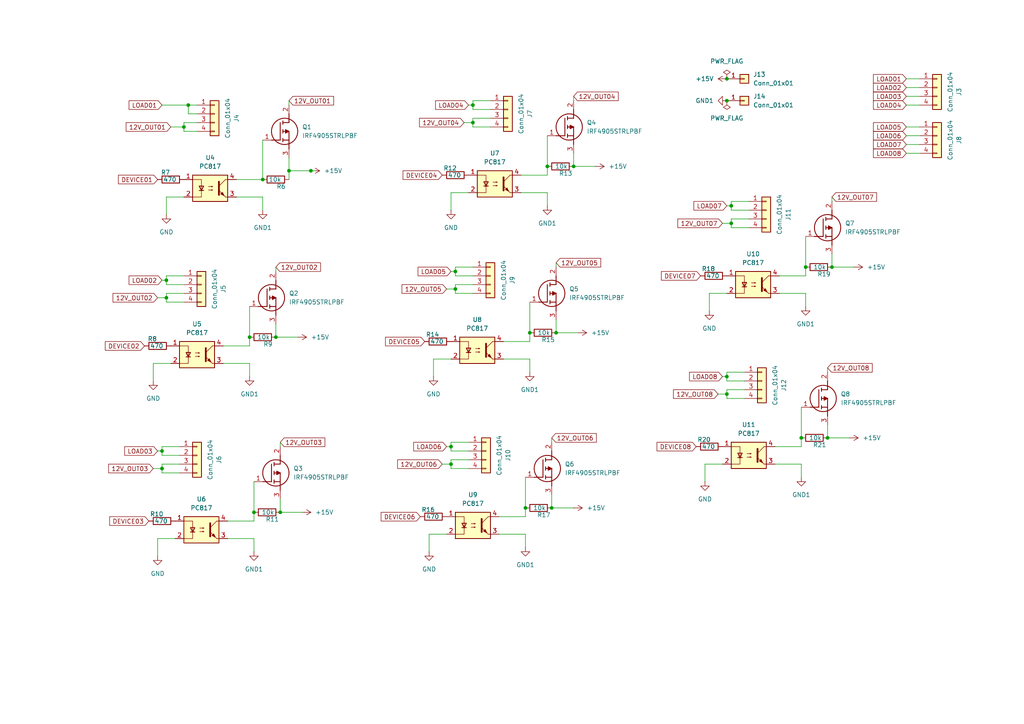
<source format=kicad_sch>
(kicad_sch (version 20250114) (generator "eeschema") (generator_version "9.0")
  (paper "A4")
  (lib_symbols
    (symbol "Connector_Generic:Conn_01x01" (pin_names (offset 1.016) (hide yes))
      (property "Reference" "J" (at 0 2.54 0))
      (property "Value" "Conn_01x01" (at 0 -2.54 0))
      (symbol "Conn_01x01_1_1"
        (rectangle (start -1.27 1.27) (end 1.27 -1.27) (stroke (width 0.254)) (fill (type background)))
        (rectangle (start -1.27 0.127) (end 0 -0.127) (stroke (width 0.1524)))
        (pin passive line (at -5.08 0 0) (length 3.81) (name "Pin_1") (number "1"))
      )
    )
    (symbol "Connector_Generic:Conn_01x04" (pin_names (offset 1.016) (hide yes))
      (property "Reference" "J" (at 0 5.08 0))
      (property "Value" "Conn_01x04" (at 0 -7.62 0))
      (symbol "Conn_01x04_1_1"
        (rectangle (start -1.27 3.81) (end 1.27 -6.35) (stroke (width 0.254)) (fill (type background)))
        (rectangle (start -1.27 2.667) (end 0 2.413) (stroke (width 0.1524)))
        (rectangle (start -1.27 0.127) (end 0 -0.127) (stroke (width 0.1524)))
        (rectangle (start -1.27 -2.413) (end 0 -2.667) (stroke (width 0.1524)))
        (rectangle (start -1.27 -4.953) (end 0 -5.207) (stroke (width 0.1524)))
        (pin passive line (at -5.08 2.54 0) (length 3.81) (name "Pin_1") (number "1"))
        (pin passive line (at -5.08 0 0) (length 3.81) (name "Pin_2") (number "2"))
        (pin passive line (at -5.08 -2.54 0) (length 3.81) (name "Pin_3") (number "3"))
        (pin passive line (at -5.08 -5.08 0) (length 3.81) (name "Pin_4") (number "4"))
      )
    )
    (symbol "Device:R" (pin_numbers (hide yes)) (pin_names (offset 0))
      (property "Reference" "R" (at 2.032 0 90))
      (property "Value" "R" (at 0 0 90))
      (symbol "R_0_1"
        (rectangle (start -1.016 -2.54) (end 1.016 2.54) (stroke (width 0.254)))
      )
      (symbol "R_1_1"
        (pin passive line (at 0 3.81 270) (length 1.27) (name "~") (number "1"))
        (pin passive line (at 0 -3.81 90) (length 1.27) (name "~") (number "2"))
      )
    )
    (symbol "Isolator:PC817" (pin_names (offset 1.016))
      (property "Reference" "U" (at -5.08 5.08 0))
      (property "Value" "PC817" (at 0 5.08 0))
      (symbol "PC817_0_1"
        (rectangle (start -5.08 3.81) (end 5.08 -3.81) (stroke (width 0.254)) (fill (type background)))
        (polyline (pts (xy -5.08 2.54) (xy -2.54 2.54) (xy -2.54 -0.635)))
        (polyline (pts (xy -3.175 -0.635) (xy -1.905 -0.635)) (stroke (width 0.254)))
        (polyline (pts (xy -2.54 -0.635) (xy -2.54 -2.54) (xy -5.08 -2.54)))
        (polyline (pts (xy -2.54 -0.635) (xy -3.175 0.635) (xy -1.905 0.635) (xy -2.54 -0.635)) (stroke (width 0.254)))
        (polyline (pts (xy -0.508 0.508) (xy 0.762 0.508) (xy 0.381 0.381) (xy 0.381 0.635) (xy 0.762 0.508)))
        (polyline (pts (xy -0.508 -0.508) (xy 0.762 -0.508) (xy 0.381 -0.635) (xy 0.381 -0.381) (xy 0.762 -0.508)))
        (polyline (pts (xy 2.54 1.905) (xy 2.54 -1.905) (xy 2.54 -1.905)) (stroke (width 0.508)))
        (polyline (pts (xy 2.54 0.635) (xy 4.445 2.54)))
        (polyline (pts (xy 3.048 -1.651) (xy 3.556 -1.143) (xy 4.064 -2.159) (xy 3.048 -1.651) (xy 3.048 -1.651)) (fill (type outline)))
        (polyline (pts (xy 4.445 2.54) (xy 5.08 2.54)))
        (polyline (pts (xy 4.445 -2.54) (xy 2.54 -0.635)) (fill (type outline)))
        (polyline (pts (xy 4.445 -2.54) (xy 5.08 -2.54)))
      )
      (symbol "PC817_1_1"
        (pin passive line (at -7.62 2.54 0) (length 2.54) (name "~") (number "1"))
        (pin passive line (at -7.62 -2.54 0) (length 2.54) (name "~") (number "2"))
        (pin passive line (at 7.62 2.54 180) (length 2.54) (name "~") (number "4"))
        (pin passive line (at 7.62 -2.54 180) (length 2.54) (name "~") (number "3"))
      )
    )
    (symbol "Transistor_FET:IRF4905STRLPBF" (pin_names (hide yes))
      (property "Reference" "Q" (at 11.43 3.81 0))
      (property "Value" "IRF4905STRLPBF" (at 11.43 1.27 0))
      (symbol "IRF4905STRLPBF_1_1"
        (polyline (pts (xy 2.54 0) (xy 5.08 0)) (stroke (width 0.254)))
        (polyline (pts (xy 5.08 5.08) (xy 5.08 0)) (stroke (width 0.254)))
        (polyline (pts (xy 5.842 5.588) (xy 5.842 4.572)) (stroke (width 0.254)))
        (polyline (pts (xy 5.842 2.032) (xy 5.842 3.048)) (stroke (width 0.254)))
        (polyline (pts (xy 5.842 0) (xy 7.62 0)) (stroke (width 0.254)))
        (polyline (pts (xy 5.842 -0.508) (xy 5.842 0.508)) (stroke (width 0.254)))
        (circle (center 6.35 2.54) (radius 3.81) (stroke (width 0.254)))
        (polyline (pts (xy 7.62 5.08) (xy 5.842 5.08)) (stroke (width 0.254)))
        (polyline (pts (xy 7.62 5.08) (xy 7.62 7.62)) (stroke (width 0.254)))
        (polyline (pts (xy 7.62 2.54) (xy 5.842 2.54)) (stroke (width 0.254)))
        (polyline (pts (xy 7.62 2.54) (xy 7.62 -2.54)) (stroke (width 0.254)))
        (polyline (pts (xy 7.62 2.54) (xy 6.604 3.048) (xy 6.604 2.032) (xy 7.62 2.54)) (stroke (width 0.254)) (fill (type outline)))
        (pin passive line (at 0 0 0) (length 2.54) (name "G") (number "1"))
        (pin passive line (at 7.62 10.16 270) (length 2.54) (name "D") (number "2"))
        (pin passive line (at 7.62 -5.08 90) (length 2.54) (name "S") (number "3"))
      )
    )
    (symbol "power:+15V" (power) (pin_numbers (hide yes)) (pin_names (offset 0) (hide yes))
      (property "Value" "+15V" (at 0 3.556 0))
      (symbol "+15V_0_1"
        (polyline (pts (xy -0.762 1.27) (xy 0 2.54)))
        (polyline (pts (xy 0 2.54) (xy 0.762 1.27)))
        (polyline (pts (xy 0 0) (xy 0 2.54)))
      )
      (symbol "+15V_1_1"
        (pin power_in line (at 0 0 90) (length 0) (name "~") (number "1"))
      )
    )
    (symbol "power:GND" (power) (pin_numbers (hide yes)) (pin_names (offset 0) (hide yes))
      (property "Value" "GND" (at 0 -3.81 0))
      (symbol "GND_0_1"
        (polyline (pts (xy 0 0) (xy 0 -1.27) (xy 1.27 -1.27) (xy 0 -2.54) (xy -1.27 -1.27) (xy 0 -1.27)))
      )
      (symbol "GND_1_1"
        (pin power_in line (at 0 0 270) (length 0) (name "~") (number "1"))
      )
    )
    (symbol "power:GND1" (power) (pin_numbers (hide yes)) (pin_names (offset 0) (hide yes))
      (property "Value" "GND1" (at 0 -3.81 0))
      (symbol "GND1_0_1"
        (polyline (pts (xy 0 0) (xy 0 -1.27) (xy 1.27 -1.27) (xy 0 -2.54) (xy -1.27 -1.27) (xy 0 -1.27)))
      )
      (symbol "GND1_1_1"
        (pin power_in line (at 0 0 270) (length 0) (name "~") (number "1"))
      )
    )
    (symbol "power:PWR_FLAG" (power) (pin_numbers (hide yes)) (pin_names (offset 0) (hide yes))
      (property "Value" "PWR_FLAG" (at 0 3.81 0))
      (symbol "PWR_FLAG_0_0"
        (pin power_out line (at 0 0 90) (length 0) (name "~") (number "1"))
      )
      (symbol "PWR_FLAG_0_1"
        (polyline (pts (xy 0 0) (xy 0 1.27) (xy -1.016 1.905) (xy 0 2.54) (xy 1.016 1.905) (xy 0 1.27)))
      )
    )
  )
  (junction (at 212.09 64.77))
  (junction (at 160.02 147.32))
  (junction (at 130.81 129.54))
  (junction (at 152.4 147.32))
  (junction (at 210.82 29.21))
  (junction (at 46.99 135.89))
  (junction (at 137.16 35.56))
  (junction (at 48.26 86.36))
  (junction (at 210.82 22.86))
  (junction (at 72.39 97.79))
  (junction (at 158.75 48.26))
  (junction (at 166.37 48.26))
  (junction (at 240.03 127))
  (junction (at 80.01 97.79))
  (junction (at 153.67 96.52))
  (junction (at 130.81 134.62))
  (junction (at 48.26 81.28))
  (junction (at 212.09 59.69))
  (junction (at 132.08 78.74))
  (junction (at 76.2 52.07))
  (junction (at 53.34 36.83))
  (junction (at 46.99 130.81))
  (junction (at 232.41 127))
  (junction (at 132.08 83.82))
  (junction (at 90.17 49.53))
  (junction (at 54.61 30.48))
  (junction (at 161.29 96.52))
  (junction (at 81.28 148.59))
  (junction (at 73.66 148.59))
  (junction (at 233.68 77.47))
  (junction (at 137.16 30.48))
  (junction (at 210.82 114.3))
  (junction (at 210.82 109.22))
  (junction (at 83.82 49.53))
  (junction (at 241.3 77.47))
  (wire (pts (xy 153.67 96.52) (xy 153.67 99.06)))
  (wire (pts (xy 44.45 110.49) (xy 44.45 105.41)))
  (wire (pts (xy 66.04 156.21) (xy 73.66 156.21)))
  (wire (pts (xy 53.34 36.83) (xy 53.34 38.1)))
  (wire (pts (xy 266.7 25.4) (xy 262.89 25.4)))
  (wire (pts (xy 232.41 127) (xy 232.41 129.54)))
  (wire (pts (xy 158.75 55.88) (xy 158.75 59.69)))
  (wire (pts (xy 224.79 134.62) (xy 232.41 134.62)))
  (wire (pts (xy 57.15 35.56) (xy 53.34 35.56)))
  (wire (pts (xy 132.08 82.55) (xy 132.08 83.82)))
  (wire (pts (xy 240.03 123.19) (xy 240.03 127)))
  (wire (pts (xy 160.02 127) (xy 160.02 128.27)))
  (wire (pts (xy 137.16 29.21) (xy 137.16 30.48)))
  (wire (pts (xy 212.09 59.69) (xy 212.09 60.96)))
  (wire (pts (xy 87.63 148.59) (xy 81.28 148.59)))
  (wire (pts (xy 57.15 33.02) (xy 54.61 33.02)))
  (wire (pts (xy 73.66 151.13) (xy 66.04 151.13)))
  (wire (pts (xy 266.7 36.83) (xy 262.89 36.83)))
  (wire (pts (xy 48.26 85.09) (xy 48.26 86.36)))
  (wire (pts (xy 81.28 144.78) (xy 81.28 148.59)))
  (wire (pts (xy 210.82 114.3) (xy 208.28 114.3)))
  (wire (pts (xy 161.29 92.71) (xy 161.29 96.52)))
  (wire (pts (xy 130.81 134.62) (xy 130.81 135.89)))
  (wire (pts (xy 210.82 113.03) (xy 210.82 114.3)))
  (wire (pts (xy 142.24 34.29) (xy 137.16 34.29)))
  (wire (pts (xy 137.16 35.56) (xy 134.62 35.56)))
  (wire (pts (xy 151.13 55.88) (xy 158.75 55.88)))
  (wire (pts (xy 130.81 129.54) (xy 130.81 130.81)))
  (wire (pts (xy 73.66 148.59) (xy 73.66 151.13)))
  (wire (pts (xy 135.89 128.27) (xy 130.81 128.27)))
  (wire (pts (xy 46.99 30.48) (xy 54.61 30.48)))
  (wire (pts (xy 262.89 27.94) (xy 266.7 27.94)))
  (wire (pts (xy 204.47 134.62) (xy 209.55 134.62)))
  (wire (pts (xy 132.08 77.47) (xy 132.08 78.74)))
  (wire (pts (xy 48.26 87.63) (xy 53.34 87.63)))
  (wire (pts (xy 232.41 118.11) (xy 232.41 127)))
  (wire (pts (xy 73.66 156.21) (xy 73.66 160.02)))
  (wire (pts (xy 130.81 130.81) (xy 135.89 130.81)))
  (wire (pts (xy 130.81 135.89) (xy 135.89 135.89)))
  (wire (pts (xy 80.01 77.47) (xy 80.01 78.74)))
  (wire (pts (xy 262.89 30.48) (xy 266.7 30.48)))
  (wire (pts (xy 44.45 105.41) (xy 49.53 105.41)))
  (wire (pts (xy 130.81 55.88) (xy 135.89 55.88)))
  (wire (pts (xy 132.08 80.01) (xy 137.16 80.01)))
  (wire (pts (xy 137.16 35.56) (xy 137.16 36.83)))
  (wire (pts (xy 172.72 48.26) (xy 166.37 48.26)))
  (wire (pts (xy 72.39 97.79) (xy 72.39 100.33)))
  (wire (pts (xy 132.08 85.09) (xy 137.16 85.09)))
  (wire (pts (xy 83.82 52.07) (xy 83.82 49.53)))
  (wire (pts (xy 83.82 45.72) (xy 83.82 49.53)))
  (wire (pts (xy 81.28 128.27) (xy 81.28 129.54)))
  (wire (pts (xy 48.26 62.23) (xy 48.26 57.15)))
  (wire (pts (xy 142.24 29.21) (xy 137.16 29.21)))
  (wire (pts (xy 125.73 109.22) (xy 125.73 104.14)))
  (wire (pts (xy 212.09 63.5) (xy 212.09 64.77)))
  (wire (pts (xy 241.3 73.66) (xy 241.3 77.47)))
  (wire (pts (xy 210.82 115.57) (xy 215.9 115.57)))
  (wire (pts (xy 130.81 60.96) (xy 130.81 55.88)))
  (wire (pts (xy 91.44 49.53) (xy 90.17 49.53)))
  (wire (pts (xy 210.82 109.22) (xy 210.82 110.49)))
  (wire (pts (xy 45.72 161.29) (xy 45.72 156.21)))
  (wire (pts (xy 137.16 30.48) (xy 135.89 30.48)))
  (wire (pts (xy 152.4 147.32) (xy 152.4 149.86)))
  (wire (pts (xy 130.81 129.54) (xy 129.54 129.54)))
  (wire (pts (xy 146.05 104.14) (xy 153.67 104.14)))
  (wire (pts (xy 240.03 106.68) (xy 240.03 107.95)))
  (wire (pts (xy 153.67 87.63) (xy 153.67 96.52)))
  (wire (pts (xy 46.99 129.54) (xy 46.99 130.81)))
  (wire (pts (xy 57.15 38.1) (xy 53.34 38.1)))
  (wire (pts (xy 48.26 57.15) (xy 53.34 57.15)))
  (wire (pts (xy 152.4 138.43) (xy 152.4 147.32)))
  (wire (pts (xy 153.67 104.14) (xy 153.67 107.95)))
  (wire (pts (xy 137.16 31.75) (xy 142.24 31.75)))
  (wire (pts (xy 132.08 78.74) (xy 130.81 78.74)))
  (wire (pts (xy 72.39 105.41) (xy 72.39 109.22)))
  (wire (pts (xy 46.99 132.08) (xy 52.07 132.08)))
  (wire (pts (xy 212.09 64.77) (xy 209.55 64.77)))
  (wire (pts (xy 49.53 36.83) (xy 53.34 36.83)))
  (wire (pts (xy 262.89 44.45) (xy 266.7 44.45)))
  (wire (pts (xy 160.02 143.51) (xy 160.02 147.32)))
  (wire (pts (xy 158.75 48.26) (xy 158.75 50.8)))
  (wire (pts (xy 266.7 39.37) (xy 262.89 39.37)))
  (wire (pts (xy 205.74 85.09) (xy 210.82 85.09)))
  (wire (pts (xy 247.65 77.47) (xy 241.3 77.47)))
  (wire (pts (xy 233.68 77.47) (xy 233.68 80.01)))
  (wire (pts (xy 83.82 49.53) (xy 90.17 49.53)))
  (wire (pts (xy 130.81 133.35) (xy 130.81 134.62)))
  (wire (pts (xy 52.07 134.62) (xy 46.99 134.62)))
  (wire (pts (xy 46.99 135.89) (xy 46.99 137.16)))
  (wire (pts (xy 68.58 57.15) (xy 76.2 57.15)))
  (wire (pts (xy 210.82 107.95) (xy 210.82 109.22)))
  (wire (pts (xy 132.08 83.82) (xy 132.08 85.09)))
  (wire (pts (xy 152.4 149.86) (xy 144.78 149.86)))
  (wire (pts (xy 217.17 58.42) (xy 212.09 58.42)))
  (wire (pts (xy 76.2 52.07) (xy 68.58 52.07)))
  (wire (pts (xy 83.82 29.21) (xy 83.82 30.48)))
  (wire (pts (xy 217.17 63.5) (xy 212.09 63.5)))
  (wire (pts (xy 167.64 96.52) (xy 161.29 96.52)))
  (wire (pts (xy 46.99 134.62) (xy 46.99 135.89)))
  (wire (pts (xy 212.09 64.77) (xy 212.09 66.04)))
  (wire (pts (xy 130.81 128.27) (xy 130.81 129.54)))
  (wire (pts (xy 153.67 99.06) (xy 146.05 99.06)))
  (wire (pts (xy 241.3 57.15) (xy 241.3 58.42)))
  (wire (pts (xy 53.34 35.56) (xy 53.34 36.83)))
  (wire (pts (xy 124.46 154.94) (xy 129.54 154.94)))
  (wire (pts (xy 210.82 109.22) (xy 209.55 109.22)))
  (wire (pts (xy 46.99 135.89) (xy 44.45 135.89)))
  (wire (pts (xy 46.99 130.81) (xy 45.72 130.81)))
  (wire (pts (xy 132.08 83.82) (xy 129.54 83.82)))
  (wire (pts (xy 246.38 127) (xy 240.03 127)))
  (wire (pts (xy 205.74 90.17) (xy 205.74 85.09)))
  (wire (pts (xy 64.77 105.41) (xy 72.39 105.41)))
  (wire (pts (xy 161.29 76.2) (xy 161.29 77.47)))
  (wire (pts (xy 45.72 156.21) (xy 50.8 156.21)))
  (wire (pts (xy 232.41 129.54) (xy 224.79 129.54)))
  (wire (pts (xy 158.75 50.8) (xy 151.13 50.8)))
  (wire (pts (xy 262.89 41.91) (xy 266.7 41.91)))
  (wire (pts (xy 137.16 82.55) (xy 132.08 82.55)))
  (wire (pts (xy 212.09 58.42) (xy 212.09 59.69)))
  (wire (pts (xy 144.78 154.94) (xy 152.4 154.94)))
  (wire (pts (xy 125.73 104.14) (xy 130.81 104.14)))
  (wire (pts (xy 73.66 139.7) (xy 73.66 148.59)))
  (wire (pts (xy 137.16 36.83) (xy 142.24 36.83)))
  (wire (pts (xy 132.08 78.74) (xy 132.08 80.01)))
  (wire (pts (xy 166.37 147.32) (xy 160.02 147.32)))
  (wire (pts (xy 137.16 77.47) (xy 132.08 77.47)))
  (wire (pts (xy 166.37 44.45) (xy 166.37 48.26)))
  (wire (pts (xy 204.47 139.7) (xy 204.47 134.62)))
  (wire (pts (xy 215.9 107.95) (xy 210.82 107.95)))
  (wire (pts (xy 152.4 154.94) (xy 152.4 158.75)))
  (wire (pts (xy 130.81 134.62) (xy 128.27 134.62)))
  (wire (pts (xy 80.01 93.98) (xy 80.01 97.79)))
  (wire (pts (xy 137.16 30.48) (xy 137.16 31.75)))
  (wire (pts (xy 212.09 59.69) (xy 210.82 59.69)))
  (wire (pts (xy 212.09 66.04) (xy 217.17 66.04)))
  (wire (pts (xy 233.68 80.01) (xy 226.06 80.01)))
  (wire (pts (xy 212.09 60.96) (xy 217.17 60.96)))
  (wire (pts (xy 72.39 88.9) (xy 72.39 97.79)))
  (wire (pts (xy 166.37 27.94) (xy 166.37 29.21)))
  (wire (pts (xy 48.26 81.28) (xy 46.99 81.28)))
  (wire (pts (xy 226.06 85.09) (xy 233.68 85.09)))
  (wire (pts (xy 72.39 100.33) (xy 64.77 100.33)))
  (wire (pts (xy 46.99 137.16) (xy 52.07 137.16)))
  (wire (pts (xy 158.75 39.37) (xy 158.75 48.26)))
  (wire (pts (xy 54.61 33.02) (xy 54.61 30.48)))
  (wire (pts (xy 210.82 110.49) (xy 215.9 110.49)))
  (wire (pts (xy 232.41 134.62) (xy 232.41 138.43)))
  (wire (pts (xy 76.2 40.64) (xy 76.2 52.07)))
  (wire (pts (xy 266.7 22.86) (xy 262.89 22.86)))
  (wire (pts (xy 233.68 68.58) (xy 233.68 77.47)))
  (wire (pts (xy 52.07 129.54) (xy 46.99 129.54)))
  (wire (pts (xy 48.26 86.36) (xy 45.72 86.36)))
  (wire (pts (xy 233.68 85.09) (xy 233.68 88.9)))
  (wire (pts (xy 76.2 57.15) (xy 76.2 60.96)))
  (wire (pts (xy 48.26 86.36) (xy 48.26 87.63)))
  (wire (pts (xy 135.89 133.35) (xy 130.81 133.35)))
  (wire (pts (xy 54.61 30.48) (xy 57.15 30.48)))
  (wire (pts (xy 86.36 97.79) (xy 80.01 97.79)))
  (wire (pts (xy 53.34 80.01) (xy 48.26 80.01)))
  (wire (pts (xy 215.9 113.03) (xy 210.82 113.03)))
  (wire (pts (xy 137.16 34.29) (xy 137.16 35.56)))
  (wire (pts (xy 48.26 81.28) (xy 48.26 82.55)))
  (wire (pts (xy 48.26 80.01) (xy 48.26 81.28)))
  (wire (pts (xy 48.26 82.55) (xy 53.34 82.55)))
  (wire (pts (xy 210.82 114.3) (xy 210.82 115.57)))
  (wire (pts (xy 53.34 85.09) (xy 48.26 85.09)))
  (wire (pts (xy 124.46 160.02) (xy 124.46 154.94)))
  (wire (pts (xy 46.99 130.81) (xy 46.99 132.08)))
  (global_label "DEVICE03" (shape input) (at 43.18 151.13 180) (property "Intersheetrefs" "${INTERSHEET_REFS}" (effects (hide yes))))
  (global_label "12V_OUT05" (shape input) (at 129.54 83.82 180) (property "Intersheetrefs" "${INTERSHEET_REFS}" (effects (hide yes))))
  (global_label "DEVICE01" (shape input) (at 45.72 52.07 180) (property "Intersheetrefs" "${INTERSHEET_REFS}" (effects (hide yes))))
  (global_label "LOAD07" (shape input) (at 210.82 59.69 180) (property "Intersheetrefs" "${INTERSHEET_REFS}" (effects (hide yes))))
  (global_label "LOAD05" (shape input) (at 262.89 36.83 180) (property "Intersheetrefs" "${INTERSHEET_REFS}" (effects (hide yes))))
  (global_label "12V_OUT04" (shape input) (at 166.37 27.94 0) (property "Intersheetrefs" "${INTERSHEET_REFS}" (effects (hide yes))))
  (global_label "LOAD01" (shape input) (at 262.89 22.86 180) (property "Intersheetrefs" "${INTERSHEET_REFS}" (effects (hide yes))))
  (global_label "DEVICE08" (shape input) (at 201.93 129.54 180) (property "Intersheetrefs" "${INTERSHEET_REFS}" (effects (hide yes))))
  (global_label "12V_OUT04" (shape input) (at 134.62 35.56 180) (property "Intersheetrefs" "${INTERSHEET_REFS}" (effects (hide yes))))
  (global_label "12V_OUT08" (shape input) (at 208.28 114.3 180) (property "Intersheetrefs" "${INTERSHEET_REFS}" (effects (hide yes))))
  (global_label "12V_OUT06" (shape input) (at 160.02 127 0) (property "Intersheetrefs" "${INTERSHEET_REFS}" (effects (hide yes))))
  (global_label "12V_OUT07" (shape input) (at 241.3 57.15 0) (property "Intersheetrefs" "${INTERSHEET_REFS}" (effects (hide yes))))
  (global_label "DEVICE05" (shape input) (at 123.19 99.06 180) (property "Intersheetrefs" "${INTERSHEET_REFS}" (effects (hide yes))))
  (global_label "12V_OUT02" (shape input) (at 45.72 86.36 180) (property "Intersheetrefs" "${INTERSHEET_REFS}" (effects (hide yes))))
  (global_label "12V_OUT01" (shape input) (at 83.82 29.21 0) (property "Intersheetrefs" "${INTERSHEET_REFS}" (effects (hide yes))))
  (global_label "12V_OUT06" (shape input) (at 128.27 134.62 180) (property "Intersheetrefs" "${INTERSHEET_REFS}" (effects (hide yes))))
  (global_label "12V_OUT07" (shape input) (at 209.55 64.77 180) (property "Intersheetrefs" "${INTERSHEET_REFS}" (effects (hide yes))))
  (global_label "DEVICE02" (shape input) (at 41.91 100.33 180) (property "Intersheetrefs" "${INTERSHEET_REFS}" (effects (hide yes))))
  (global_label "12V_OUT08" (shape input) (at 240.03 106.68 0) (property "Intersheetrefs" "${INTERSHEET_REFS}" (effects (hide yes))))
  (global_label "12V_OUT01" (shape input) (at 49.53 36.83 180) (property "Intersheetrefs" "${INTERSHEET_REFS}" (effects (hide yes))))
  (global_label "LOAD08" (shape input) (at 209.55 109.22 180) (property "Intersheetrefs" "${INTERSHEET_REFS}" (effects (hide yes))))
  (global_label "12V_OUT03" (shape input) (at 81.28 128.27 0) (property "Intersheetrefs" "${INTERSHEET_REFS}" (effects (hide yes))))
  (global_label "LOAD01" (shape input) (at 46.99 30.48 180) (property "Intersheetrefs" "${INTERSHEET_REFS}" (effects (hide yes))))
  (global_label "LOAD02" (shape input) (at 46.99 81.28 180) (property "Intersheetrefs" "${INTERSHEET_REFS}" (effects (hide yes))))
  (global_label "LOAD06" (shape input) (at 262.89 39.37 180) (property "Intersheetrefs" "${INTERSHEET_REFS}" (effects (hide yes))))
  (global_label "LOAD03" (shape input) (at 262.89 27.94 180) (property "Intersheetrefs" "${INTERSHEET_REFS}" (effects (hide yes))))
  (global_label "DEVICE07" (shape input) (at 203.2 80.01 180) (property "Intersheetrefs" "${INTERSHEET_REFS}" (effects (hide yes))))
  (global_label "LOAD02" (shape input) (at 262.89 25.4 180) (property "Intersheetrefs" "${INTERSHEET_REFS}" (effects (hide yes))))
  (global_label "12V_OUT05" (shape input) (at 161.29 76.2 0) (property "Intersheetrefs" "${INTERSHEET_REFS}" (effects (hide yes))))
  (global_label "12V_OUT03" (shape input) (at 44.45 135.89 180) (property "Intersheetrefs" "${INTERSHEET_REFS}" (effects (hide yes))))
  (global_label "LOAD03" (shape input) (at 45.72 130.81 180) (property "Intersheetrefs" "${INTERSHEET_REFS}" (effects (hide yes))))
  (global_label "LOAD04" (shape input) (at 262.89 30.48 180) (property "Intersheetrefs" "${INTERSHEET_REFS}" (effects (hide yes))))
  (global_label "LOAD04" (shape input) (at 135.89 30.48 180) (property "Intersheetrefs" "${INTERSHEET_REFS}" (effects (hide yes))))
  (global_label "LOAD07" (shape input) (at 262.89 41.91 180) (property "Intersheetrefs" "${INTERSHEET_REFS}" (effects (hide yes))))
  (global_label "DEVICE06" (shape input) (at 121.92 149.86 180) (property "Intersheetrefs" "${INTERSHEET_REFS}" (effects (hide yes))))
  (global_label "LOAD05" (shape input) (at 130.81 78.74 180) (property "Intersheetrefs" "${INTERSHEET_REFS}" (effects (hide yes))))
  (global_label "12V_OUT02" (shape input) (at 80.01 77.47 0) (property "Intersheetrefs" "${INTERSHEET_REFS}" (effects (hide yes))))
  (global_label "LOAD06" (shape input) (at 129.54 129.54 180) (property "Intersheetrefs" "${INTERSHEET_REFS}" (effects (hide yes))))
  (global_label "LOAD08" (shape input) (at 262.89 44.45 180) (property "Intersheetrefs" "${INTERSHEET_REFS}" (effects (hide yes))))
  (global_label "DEVICE04" (shape input) (at 128.27 50.8 180) (property "Intersheetrefs" "${INTERSHEET_REFS}" (effects (hide yes))))
  (symbol (lib_id "Device:R") (at 127 99.06 90) (unit 1)
    (property "Reference" "R14" (at 125.476 97.028 90))
    (property "Value" "470" (at 126.746 99.06 90))
    (property "Footprint" "Resistor_SMD:R_1206_3216Metric_Pad1.30x1.75mm_HandSolder" (effects (hide yes)))
    (property "Description" "Resistor" (effects (hide yes)))
  )
  (symbol (lib_id "Isolator:PC817") (at 138.43 101.6 0) (unit 1)
    (property "Reference" "U8" (at 138.43 92.71 0))
    (property "Value" "PC817" (at 138.43 95.25 0))
    (property "Footprint" "OptoDevice:PC817X3CSP9F" (effects (hide yes)))
    (property "Datasheet" "http://www.soselectronic.cz/a_info/resource/d/pc817.pdf" (effects (hide yes)))
    (property "Description" "DC Optocoupler, Vce 35V, CTR 50-300%, DIP-4" (effects (hide yes)))
  )
  (symbol (lib_id "Transistor_FET:IRF4905STRLPBF") (at 152.4 138.43 0) (unit 1)
    (property "Reference" "Q6" (at 163.83 134.6199 0) (effects (justify left)))
    (property "Value" "IRF4905STRLPBF" (at 163.83 137.1599 0) (effects (justify left)))
    (property "Footprint" "Transistor_Power:IRF4905STRLPBF" (effects (hide yes)))
    (property "Datasheet" "https://www.infineon.com/dgdl/irf4905spbf.pdf?fileId=5546d462533600a4015355e331c41980" (effects (hide yes)))
    (property "Description" "P-channel MOSFET with a maximum continuous drain current of 74 A, maximum operating voltage of 55 V, and maximum power dissipation of 170 W." (effects (hide yes)))
    (property "Height" "4.83" (effects (hide yes)))
    (property "Mouser Part Number" "942-IRF4905STRLPBF" (effects (hide yes)))
    (property "Mouser Price/Stock" "https://www.mouser.co.uk/ProductDetail/Infineon-Technologies/IRF4905STRLPBF?qs=9%252BKlkBgLFf1nPwXuyqKOOQ%3D%3D" (effects (hide yes)))
    (property "Manufacturer_Name" "Infineon" (effects (hide yes)))
    (property "Manufacturer_Part_Number" "IRF4905STRLPBF" (effects (hide yes)))
  )
  (symbol (lib_id "Device:R") (at 205.74 129.54 90) (unit 1)
    (property "Reference" "R20" (at 204.216 127.508 90))
    (property "Value" "470" (at 205.486 129.54 90))
    (property "Footprint" "Resistor_SMD:R_1206_3216Metric_Pad1.30x1.75mm_HandSolder" (effects (hide yes)))
    (property "Description" "Resistor" (effects (hide yes)))
  )
  (symbol (lib_id "Isolator:PC817") (at 57.15 102.87 0) (unit 1)
    (property "Reference" "U5" (at 57.15 93.98 0))
    (property "Value" "PC817" (at 57.15 96.52 0))
    (property "Footprint" "OptoDevice:PC817X3CSP9F" (effects (hide yes)))
    (property "Datasheet" "http://www.soselectronic.cz/a_info/resource/d/pc817.pdf" (effects (hide yes)))
    (property "Description" "DC Optocoupler, Vce 35V, CTR 50-300%, DIP-4" (effects (hide yes)))
  )
  (symbol (lib_id "Device:R") (at 80.01 52.07 270) (unit 1)
    (property "Reference" "R6" (at 81.534 54.102 90))
    (property "Value" "10k" (at 79.756 52.07 90))
    (property "Footprint" "Resistor_SMD:R_1206_3216Metric_Pad1.30x1.75mm_HandSolder" (effects (hide yes)))
    (property "Description" "Resistor" (effects (hide yes)))
  )
  (symbol (lib_id "Device:R") (at 236.22 127 270) (unit 1)
    (property "Reference" "R21" (at 237.744 129.032 90))
    (property "Value" "10k" (at 236.474 127 90))
    (property "Footprint" "Resistor_SMD:R_1206_3216Metric_Pad1.30x1.75mm_HandSolder" (effects (hide yes)))
    (property "Description" "Resistor" (effects (hide yes)))
  )
  (symbol (lib_id "Isolator:PC817") (at 218.44 82.55 0) (unit 1)
    (property "Reference" "U10" (at 218.44 73.66 0))
    (property "Value" "PC817" (at 218.44 76.2 0))
    (property "Footprint" "OptoDevice:PC817X3CSP9F" (effects (hide yes)))
    (property "Datasheet" "http://www.soselectronic.cz/a_info/resource/d/pc817.pdf" (effects (hide yes)))
    (property "Description" "DC Optocoupler, Vce 35V, CTR 50-300%, DIP-4" (effects (hide yes)))
  )
  (symbol (lib_id "power:+15V") (at 247.65 77.47 270) (unit 1)
    (property "Reference" "#PWR046" (effects (hide yes)))
    (property "Value" "+15V" (at 251.46 77.4699 90) (effects (justify left)))
    (property "Description" "Power symbol creates a global label with name \"+15V\"" (effects (hide yes)))
  )
  (symbol (lib_id "Connector_Generic:Conn_01x04") (at 220.98 110.49 0) (unit 1)
    (property "Reference" "J12" (at 227.33 111.76 90))
    (property "Value" "Conn_01x04" (at 224.79 111.76 90))
    (property "Footprint" "Fuse:Automotive_Fuse_Holder" (effects (hide yes)))
    (property "Description" "Generic connector, single row, 01x04, script generated (kicad-library-utils/schlib/autogen/connector/)" (effects (hide yes)))
  )
  (symbol (lib_id "power:GND") (at 205.74 90.17 0) (unit 1)
    (property "Reference" "#PWR033" (effects (hide yes)))
    (property "Value" "GND" (at 205.74 95.25 0))
    (property "Description" "Power symbol creates a global label with name \"GND\" , ground" (effects (hide yes)))
  )
  (symbol (lib_id "Device:R") (at 132.08 50.8 90) (unit 1)
    (property "Reference" "R12" (at 130.556 48.768 90))
    (property "Value" "470" (at 131.826 50.8 90))
    (property "Footprint" "Resistor_SMD:R_1206_3216Metric_Pad1.30x1.75mm_HandSolder" (effects (hide yes)))
    (property "Description" "Resistor" (effects (hide yes)))
  )
  (symbol (lib_id "Connector_Generic:Conn_01x04") (at 142.24 80.01 0) (unit 1)
    (property "Reference" "J9" (at 148.59 81.28 90))
    (property "Value" "Conn_01x04" (at 146.05 81.28 90))
    (property "Footprint" "Fuse:Automotive_Fuse_Holder" (effects (hide yes)))
    (property "Description" "Generic connector, single row, 01x04, script generated (kicad-library-utils/schlib/autogen/connector/)" (effects (hide yes)))
  )
  (symbol (lib_id "Connector_Generic:Conn_01x04") (at 58.42 82.55 0) (unit 1)
    (property "Reference" "J5" (at 64.77 83.82 90))
    (property "Value" "Conn_01x04" (at 62.23 83.82 90))
    (property "Footprint" "Fuse:Automotive_Fuse_Holder" (effects (hide yes)))
    (property "Description" "Generic connector, single row, 01x04, script generated (kicad-library-utils/schlib/autogen/connector/)" (effects (hide yes)))
  )
  (symbol (lib_id "power:GND") (at 124.46 160.02 0) (unit 1)
    (property "Reference" "#PWR030" (effects (hide yes)))
    (property "Value" "GND" (at 124.46 165.1 0))
    (property "Description" "Power symbol creates a global label with name \"GND\" , ground" (effects (hide yes)))
  )
  (symbol (lib_id "Connector_Generic:Conn_01x04") (at 57.15 132.08 0) (unit 1)
    (property "Reference" "J6" (at 63.5 133.35 90))
    (property "Value" "Conn_01x04" (at 60.96 133.35 90))
    (property "Footprint" "Fuse:Automotive_Fuse_Holder" (effects (hide yes)))
    (property "Description" "Generic connector, single row, 01x04, script generated (kicad-library-utils/schlib/autogen/connector/)" (effects (hide yes)))
  )
  (symbol (lib_id "Connector_Generic:Conn_01x01") (at 215.9 22.86 0) (unit 1)
    (property "Reference" "J13" (at 218.44 21.5899 0) (effects (justify left)))
    (property "Value" "Conn_01x01" (at 218.44 24.1299 0) (effects (justify left)))
    (property "Footprint" "TestPoint:TestPoint_7.77mmX7.77mm" (effects (hide yes)))
    (property "Description" "Generic connector, single row, 01x01, script generated (kicad-library-utils/schlib/autogen/connector/)" (effects (hide yes)))
  )
  (symbol (lib_id "Connector_Generic:Conn_01x04") (at 147.32 31.75 0) (unit 1)
    (property "Reference" "J7" (at 153.67 33.02 90))
    (property "Value" "Conn_01x04" (at 151.13 33.02 90))
    (property "Footprint" "Fuse:Automotive_Fuse_Holder" (effects (hide yes)))
    (property "Description" "Generic connector, single row, 01x04, script generated (kicad-library-utils/schlib/autogen/connector/)" (effects (hide yes)))
  )
  (symbol (lib_id "Transistor_FET:IRF4905STRLPBF") (at 73.66 139.7 0) (unit 1)
    (property "Reference" "Q3" (at 85.09 135.8899 0) (effects (justify left)))
    (property "Value" "IRF4905STRLPBF" (at 85.09 138.4299 0) (effects (justify left)))
    (property "Footprint" "Transistor_Power:IRF4905STRLPBF" (effects (hide yes)))
    (property "Datasheet" "https://www.infineon.com/dgdl/irf4905spbf.pdf?fileId=5546d462533600a4015355e331c41980" (effects (hide yes)))
    (property "Description" "P-channel MOSFET with a maximum continuous drain current of 74 A, maximum operating voltage of 55 V, and maximum power dissipation of 170 W." (effects (hide yes)))
    (property "Height" "4.83" (effects (hide yes)))
    (property "Mouser Part Number" "942-IRF4905STRLPBF" (effects (hide yes)))
    (property "Mouser Price/Stock" "https://www.mouser.co.uk/ProductDetail/Infineon-Technologies/IRF4905STRLPBF?qs=9%252BKlkBgLFf1nPwXuyqKOOQ%3D%3D" (effects (hide yes)))
    (property "Manufacturer_Name" "Infineon" (effects (hide yes)))
    (property "Manufacturer_Part_Number" "IRF4905STRLPBF" (effects (hide yes)))
  )
  (symbol (lib_id "Device:R") (at 49.53 52.07 90) (unit 1)
    (property "Reference" "R7" (at 48.006 50.038 90))
    (property "Value" "470" (at 49.276 52.07 90))
    (property "Footprint" "Resistor_SMD:R_1206_3216Metric_Pad1.30x1.75mm_HandSolder" (effects (hide yes)))
    (property "Description" "Resistor" (effects (hide yes)))
  )
  (symbol (lib_id "power:+15V") (at 87.63 148.59 270) (unit 1)
    (property "Reference" "#PWR042" (effects (hide yes)))
    (property "Value" "+15V" (at 91.44 148.5899 90) (effects (justify left)))
    (property "Description" "Power symbol creates a global label with name \"+15V\"" (effects (hide yes)))
  )
  (symbol (lib_id "power:GND1") (at 153.67 107.95 0) (unit 1)
    (property "Reference" "#PWR028" (effects (hide yes)))
    (property "Value" "GND1" (at 153.67 113.03 0))
    (property "Description" "Power symbol creates a global label with name \"GND1\" , ground" (effects (hide yes)))
  )
  (symbol (lib_id "power:GND1") (at 76.2 60.96 0) (unit 1)
    (property "Reference" "#PWR06" (effects (hide yes)))
    (property "Value" "GND1" (at 76.2 66.04 0))
    (property "Description" "Power symbol creates a global label with name \"GND1\" , ground" (effects (hide yes)))
  )
  (symbol (lib_id "Isolator:PC817") (at 137.16 152.4 0) (unit 1)
    (property "Reference" "U9" (at 137.16 143.51 0))
    (property "Value" "PC817" (at 137.16 146.05 0))
    (property "Footprint" "OptoDevice:PC817X3CSP9F" (effects (hide yes)))
    (property "Datasheet" "http://www.soselectronic.cz/a_info/resource/d/pc817.pdf" (effects (hide yes)))
    (property "Description" "DC Optocoupler, Vce 35V, CTR 50-300%, DIP-4" (effects (hide yes)))
  )
  (symbol (lib_id "Device:R") (at 207.01 80.01 90) (unit 1)
    (property "Reference" "R18" (at 205.486 77.978 90))
    (property "Value" "470" (at 206.756 80.01 90))
    (property "Footprint" "Resistor_SMD:R_1206_3216Metric_Pad1.30x1.75mm_HandSolder" (effects (hide yes)))
    (property "Description" "Resistor" (effects (hide yes)))
  )
  (symbol (lib_id "Isolator:PC817") (at 143.51 53.34 0) (unit 1)
    (property "Reference" "U7" (at 143.51 44.45 0))
    (property "Value" "PC817" (at 143.51 46.99 0))
    (property "Footprint" "OptoDevice:PC817X3CSP9F" (effects (hide yes)))
    (property "Datasheet" "http://www.soselectronic.cz/a_info/resource/d/pc817.pdf" (effects (hide yes)))
    (property "Description" "DC Optocoupler, Vce 35V, CTR 50-300%, DIP-4" (effects (hide yes)))
  )
  (symbol (lib_id "power:+15V") (at 90.17 49.53 270) (unit 1)
    (property "Reference" "#PWR039" (effects (hide yes)))
    (property "Value" "+15V" (at 93.98 49.5299 90) (effects (justify left)))
    (property "Description" "Power symbol creates a global label with name \"+15V\"" (effects (hide yes)))
  )
  (symbol (lib_id "power:+15V") (at 246.38 127 270) (unit 1)
    (property "Reference" "#PWR047" (effects (hide yes)))
    (property "Value" "+15V" (at 250.19 126.9999 90) (effects (justify left)))
    (property "Description" "Power symbol creates a global label with name \"+15V\"" (effects (hide yes)))
  )
  (symbol (lib_id "power:GND1") (at 233.68 88.9 0) (unit 1)
    (property "Reference" "#PWR034" (effects (hide yes)))
    (property "Value" "GND1" (at 233.68 93.98 0))
    (property "Description" "Power symbol creates a global label with name \"GND1\" , ground" (effects (hide yes)))
  )
  (symbol (lib_id "Device:R") (at 162.56 48.26 270) (unit 1)
    (property "Reference" "R13" (at 164.084 50.292 90))
    (property "Value" "10k" (at 162.814 48.26 90))
    (property "Footprint" "Resistor_SMD:R_1206_3216Metric_Pad1.30x1.75mm_HandSolder" (effects (hide yes)))
    (property "Description" "Resistor" (effects (hide yes)))
  )
  (symbol (lib_id "Isolator:PC817") (at 58.42 153.67 0) (unit 1)
    (property "Reference" "U6" (at 58.42 144.78 0))
    (property "Value" "PC817" (at 58.42 147.32 0))
    (property "Footprint" "OptoDevice:PC817X3CSP9F" (effects (hide yes)))
    (property "Datasheet" "http://www.soselectronic.cz/a_info/resource/d/pc817.pdf" (effects (hide yes)))
    (property "Description" "DC Optocoupler, Vce 35V, CTR 50-300%, DIP-4" (effects (hide yes)))
  )
  (symbol (lib_id "Transistor_FET:IRF4905STRLPBF") (at 233.68 68.58 0) (unit 1)
    (property "Reference" "Q7" (at 245.11 64.7699 0) (effects (justify left)))
    (property "Value" "IRF4905STRLPBF" (at 245.11 67.3099 0) (effects (justify left)))
    (property "Footprint" "Transistor_Power:IRF4905STRLPBF" (effects (hide yes)))
    (property "Datasheet" "https://www.infineon.com/dgdl/irf4905spbf.pdf?fileId=5546d462533600a4015355e331c41980" (effects (hide yes)))
    (property "Description" "P-channel MOSFET with a maximum continuous drain current of 74 A, maximum operating voltage of 55 V, and maximum power dissipation of 170 W." (effects (hide yes)))
    (property "Height" "4.83" (effects (hide yes)))
    (property "Mouser Part Number" "942-IRF4905STRLPBF" (effects (hide yes)))
    (property "Mouser Price/Stock" "https://www.mouser.co.uk/ProductDetail/Infineon-Technologies/IRF4905STRLPBF?qs=9%252BKlkBgLFf1nPwXuyqKOOQ%3D%3D" (effects (hide yes)))
    (property "Manufacturer_Name" "Infineon" (effects (hide yes)))
    (property "Manufacturer_Part_Number" "IRF4905STRLPBF" (effects (hide yes)))
  )
  (symbol (lib_id "Device:R") (at 45.72 100.33 90) (unit 1)
    (property "Reference" "R8" (at 44.196 98.298 90))
    (property "Value" "470" (at 45.466 100.33 90))
    (property "Footprint" "Resistor_SMD:R_1206_3216Metric_Pad1.30x1.75mm_HandSolder" (effects (hide yes)))
    (property "Description" "Resistor" (effects (hide yes)))
  )
  (symbol (lib_id "power:GND") (at 45.72 161.29 0) (unit 1)
    (property "Reference" "#PWR018" (effects (hide yes)))
    (property "Value" "GND" (at 45.72 166.37 0))
    (property "Description" "Power symbol creates a global label with name \"GND\" , ground" (effects (hide yes)))
  )
  (symbol (lib_id "power:GND1") (at 158.75 59.69 0) (unit 1)
    (property "Reference" "#PWR025" (effects (hide yes)))
    (property "Value" "GND1" (at 158.75 64.77 0))
    (property "Description" "Power symbol creates a global label with name \"GND1\" , ground" (effects (hide yes)))
  )
  (symbol (lib_id "Connector_Generic:Conn_01x01") (at 215.9 29.21 0) (unit 1)
    (property "Reference" "J14" (at 218.44 27.9399 0) (effects (justify left)))
    (property "Value" "Conn_01x01" (at 218.44 30.4799 0) (effects (justify left)))
    (property "Footprint" "TestPoint:TestPoint_7.77mmX7.77mm" (effects (hide yes)))
    (property "Description" "Generic connector, single row, 01x01, script generated (kicad-library-utils/schlib/autogen/connector/)" (effects (hide yes)))
  )
  (symbol (lib_id "Transistor_FET:IRF4905STRLPBF") (at 76.2 40.64 0) (unit 1)
    (property "Reference" "Q1" (at 87.63 36.8299 0) (effects (justify left)))
    (property "Value" "IRF4905STRLPBF" (at 87.63 39.3699 0) (effects (justify left)))
    (property "Footprint" "Transistor_Power:IRF4905STRLPBF" (effects (hide yes)))
    (property "Datasheet" "https://www.infineon.com/dgdl/irf4905spbf.pdf?fileId=5546d462533600a4015355e331c41980" (effects (hide yes)))
    (property "Description" "P-channel MOSFET with a maximum continuous drain current of 74 A, maximum operating voltage of 55 V, and maximum power dissipation of 170 W." (effects (hide yes)))
    (property "Height" "4.83" (effects (hide yes)))
    (property "Mouser Part Number" "942-IRF4905STRLPBF" (effects (hide yes)))
    (property "Mouser Price/Stock" "https://www.mouser.co.uk/ProductDetail/Infineon-Technologies/IRF4905STRLPBF?qs=9%252BKlkBgLFf1nPwXuyqKOOQ%3D%3D" (effects (hide yes)))
    (property "Manufacturer_Name" "Infineon" (effects (hide yes)))
    (property "Manufacturer_Part_Number" "IRF4905STRLPBF" (effects (hide yes)))
  )
  (symbol (lib_id "Connector_Generic:Conn_01x04") (at 140.97 130.81 0) (unit 1)
    (property "Reference" "J10" (at 147.32 132.08 90))
    (property "Value" "Conn_01x04" (at 144.78 132.08 90))
    (property "Footprint" "Fuse:Automotive_Fuse_Holder" (effects (hide yes)))
    (property "Description" "Generic connector, single row, 01x04, script generated (kicad-library-utils/schlib/autogen/connector/)" (effects (hide yes)))
  )
  (symbol (lib_id "Transistor_FET:IRF4905STRLPBF") (at 232.41 118.11 0) (unit 1)
    (property "Reference" "Q8" (at 243.84 114.2999 0) (effects (justify left)))
    (property "Value" "IRF4905STRLPBF" (at 243.84 116.8399 0) (effects (justify left)))
    (property "Footprint" "Transistor_Power:IRF4905STRLPBF" (effects (hide yes)))
    (property "Datasheet" "https://www.infineon.com/dgdl/irf4905spbf.pdf?fileId=5546d462533600a4015355e331c41980" (effects (hide yes)))
    (property "Description" "P-channel MOSFET with a maximum continuous drain current of 74 A, maximum operating voltage of 55 V, and maximum power dissipation of 170 W." (effects (hide yes)))
    (property "Height" "4.83" (effects (hide yes)))
    (property "Mouser Part Number" "942-IRF4905STRLPBF" (effects (hide yes)))
    (property "Mouser Price/Stock" "https://www.mouser.co.uk/ProductDetail/Infineon-Technologies/IRF4905STRLPBF?qs=9%252BKlkBgLFf1nPwXuyqKOOQ%3D%3D" (effects (hide yes)))
    (property "Manufacturer_Name" "Infineon" (effects (hide yes)))
    (property "Manufacturer_Part_Number" "IRF4905STRLPBF" (effects (hide yes)))
  )
  (symbol (lib_id "power:GND1") (at 210.82 29.21 270) (unit 1)
    (property "Reference" "#PWR019" (effects (hide yes)))
    (property "Value" "GND1" (at 207.01 29.2099 90) (effects (justify right)))
    (property "Description" "Power symbol creates a global label with name \"GND1\" , ground" (effects (hide yes)))
  )
  (symbol (lib_id "power:+15V") (at 86.36 97.79 270) (unit 1)
    (property "Reference" "#PWR041" (effects (hide yes)))
    (property "Value" "+15V" (at 90.17 97.7899 90) (effects (justify left)))
    (property "Description" "Power symbol creates a global label with name \"+15V\"" (effects (hide yes)))
  )
  (symbol (lib_id "power:GND1") (at 232.41 138.43 0) (unit 1)
    (property "Reference" "#PWR037" (effects (hide yes)))
    (property "Value" "GND1" (at 232.41 143.51 0))
    (property "Description" "Power symbol creates a global label with name \"GND1\" , ground" (effects (hide yes)))
  )
  (symbol (lib_id "power:GND") (at 125.73 109.22 0) (unit 1)
    (property "Reference" "#PWR027" (effects (hide yes)))
    (property "Value" "GND" (at 125.73 114.3 0))
    (property "Description" "Power symbol creates a global label with name \"GND\" , ground" (effects (hide yes)))
  )
  (symbol (lib_id "power:GND1") (at 152.4 158.75 0) (unit 1)
    (property "Reference" "#PWR031" (effects (hide yes)))
    (property "Value" "GND1" (at 152.4 163.83 0))
    (property "Description" "Power symbol creates a global label with name \"GND1\" , ground" (effects (hide yes)))
  )
  (symbol (lib_id "power:GND") (at 204.47 139.7 0) (unit 1)
    (property "Reference" "#PWR036" (effects (hide yes)))
    (property "Value" "GND" (at 204.47 144.78 0))
    (property "Description" "Power symbol creates a global label with name \"GND\" , ground" (effects (hide yes)))
  )
  (symbol (lib_id "Transistor_FET:IRF4905STRLPBF") (at 158.75 39.37 0) (unit 1)
    (property "Reference" "Q4" (at 170.18 35.5599 0) (effects (justify left)))
    (property "Value" "IRF4905STRLPBF" (at 170.18 38.0999 0) (effects (justify left)))
    (property "Footprint" "Transistor_Power:IRF4905STRLPBF" (effects (hide yes)))
    (property "Datasheet" "https://www.infineon.com/dgdl/irf4905spbf.pdf?fileId=5546d462533600a4015355e331c41980" (effects (hide yes)))
    (property "Description" "P-channel MOSFET with a maximum continuous drain current of 74 A, maximum operating voltage of 55 V, and maximum power dissipation of 170 W." (effects (hide yes)))
    (property "Height" "4.83" (effects (hide yes)))
    (property "Mouser Part Number" "942-IRF4905STRLPBF" (effects (hide yes)))
    (property "Mouser Price/Stock" "https://www.mouser.co.uk/ProductDetail/Infineon-Technologies/IRF4905STRLPBF?qs=9%252BKlkBgLFf1nPwXuyqKOOQ%3D%3D" (effects (hide yes)))
    (property "Manufacturer_Name" "Infineon" (effects (hide yes)))
    (property "Manufacturer_Part_Number" "IRF4905STRLPBF" (effects (hide yes)))
  )
  (symbol (lib_id "power:PWR_FLAG") (at 210.82 22.86 0) (unit 1)
    (property "Reference" "#FLG08" (effects (hide yes)))
    (property "Value" "PWR_FLAG" (at 210.82 17.78 0))
    (property "Description" "Special symbol for telling ERC where power comes from" (effects (hide yes)))
  )
  (symbol (lib_id "power:GND") (at 48.26 62.23 0) (unit 1)
    (property "Reference" "#PWR016" (effects (hide yes)))
    (property "Value" "GND" (at 48.26 67.31 0))
    (property "Description" "Power symbol creates a global label with name \"GND\" , ground" (effects (hide yes)))
  )
  (symbol (lib_id "power:GND") (at 130.81 60.96 0) (unit 1)
    (property "Reference" "#PWR024" (effects (hide yes)))
    (property "Value" "GND" (at 130.81 66.04 0))
    (property "Description" "Power symbol creates a global label with name \"GND\" , ground" (effects (hide yes)))
  )
  (symbol (lib_id "Device:R") (at 157.48 96.52 270) (unit 1)
    (property "Reference" "R15" (at 159.004 98.552 90))
    (property "Value" "10k" (at 157.734 96.52 90))
    (property "Footprint" "Resistor_SMD:R_1206_3216Metric_Pad1.30x1.75mm_HandSolder" (effects (hide yes)))
    (property "Description" "Resistor" (effects (hide yes)))
  )
  (symbol (lib_id "power:+15V") (at 167.64 96.52 270) (unit 1)
    (property "Reference" "#PWR044" (effects (hide yes)))
    (property "Value" "+15V" (at 171.45 96.5199 90) (effects (justify left)))
    (property "Description" "Power symbol creates a global label with name \"+15V\"" (effects (hide yes)))
  )
  (symbol (lib_id "Device:R") (at 156.21 147.32 270) (unit 1)
    (property "Reference" "R17" (at 157.734 149.352 90))
    (property "Value" "10k" (at 156.464 147.32 90))
    (property "Footprint" "Resistor_SMD:R_1206_3216Metric_Pad1.30x1.75mm_HandSolder" (effects (hide yes)))
    (property "Description" "Resistor" (effects (hide yes)))
  )
  (symbol (lib_id "power:GND1") (at 73.66 160.02 0) (unit 1)
    (property "Reference" "#PWR08" (effects (hide yes)))
    (property "Value" "GND1" (at 73.66 165.1 0))
    (property "Description" "Power symbol creates a global label with name \"GND1\" , ground" (effects (hide yes)))
  )
  (symbol (lib_id "Connector_Generic:Conn_01x04") (at 62.23 33.02 0) (unit 1)
    (property "Reference" "J4" (at 68.58 34.29 90))
    (property "Value" "Conn_01x04" (at 66.04 34.29 90))
    (property "Footprint" "Fuse:Automotive_Fuse_Holder" (effects (hide yes)))
    (property "Description" "Generic connector, single row, 01x04, script generated (kicad-library-utils/schlib/autogen/connector/)" (effects (hide yes)))
  )
  (symbol (lib_id "power:GND1") (at 72.39 109.22 0) (unit 1)
    (property "Reference" "#PWR07" (effects (hide yes)))
    (property "Value" "GND1" (at 72.39 114.3 0))
    (property "Description" "Power symbol creates a global label with name \"GND1\" , ground" (effects (hide yes)))
  )
  (symbol (lib_id "Device:R") (at 46.99 151.13 90) (unit 1)
    (property "Reference" "R10" (at 45.466 149.098 90))
    (property "Value" "470" (at 46.736 151.13 90))
    (property "Footprint" "Resistor_SMD:R_1206_3216Metric_Pad1.30x1.75mm_HandSolder" (effects (hide yes)))
    (property "Description" "Resistor" (effects (hide yes)))
  )
  (symbol (lib_id "Device:R") (at 125.73 149.86 90) (unit 1)
    (property "Reference" "R16" (at 124.206 147.828 90))
    (property "Value" "470" (at 125.476 149.86 90))
    (property "Footprint" "Resistor_SMD:R_1206_3216Metric_Pad1.30x1.75mm_HandSolder" (effects (hide yes)))
    (property "Description" "Resistor" (effects (hide yes)))
  )
  (symbol (lib_id "Device:R") (at 76.2 97.79 270) (unit 1)
    (property "Reference" "R9" (at 77.724 99.822 90))
    (property "Value" "10k" (at 76.454 97.79 90))
    (property "Footprint" "Resistor_SMD:R_1206_3216Metric_Pad1.30x1.75mm_HandSolder" (effects (hide yes)))
    (property "Description" "Resistor" (effects (hide yes)))
  )
  (symbol (lib_id "power:+15V") (at 210.82 22.86 90) (unit 1)
    (property "Reference" "#PWR040" (effects (hide yes)))
    (property "Value" "+15V" (at 207.01 22.8599 90) (effects (justify left)))
    (property "Description" "Power symbol creates a global label with name \"+15V\"" (effects (hide yes)))
  )
  (symbol (lib_id "Connector_Generic:Conn_01x04") (at 222.25 60.96 0) (unit 1)
    (property "Reference" "J11" (at 228.6 62.23 90))
    (property "Value" "Conn_01x04" (at 226.06 62.23 90))
    (property "Footprint" "Fuse:Automotive_Fuse_Holder" (effects (hide yes)))
    (property "Description" "Generic connector, single row, 01x04, script generated (kicad-library-utils/schlib/autogen/connector/)" (effects (hide yes)))
  )
  (symbol (lib_id "power:+15V") (at 172.72 48.26 270) (unit 1)
    (property "Reference" "#PWR045" (effects (hide yes)))
    (property "Value" "+15V" (at 176.53 48.2599 90) (effects (justify left)))
    (property "Description" "Power symbol creates a global label with name \"+15V\"" (effects (hide yes)))
  )
  (symbol (lib_id "Device:R") (at 77.47 148.59 270) (unit 1)
    (property "Reference" "R11" (at 78.994 150.622 90))
    (property "Value" "10k" (at 77.724 148.59 90))
    (property "Footprint" "Resistor_SMD:R_1206_3216Metric_Pad1.30x1.75mm_HandSolder" (effects (hide yes)))
    (property "Description" "Resistor" (effects (hide yes)))
  )
  (symbol (lib_id "Device:R") (at 237.49 77.47 270) (unit 1)
    (property "Reference" "R19" (at 239.014 79.502 90))
    (property "Value" "10k" (at 237.744 77.47 90))
    (property "Footprint" "Resistor_SMD:R_1206_3216Metric_Pad1.30x1.75mm_HandSolder" (effects (hide yes)))
    (property "Description" "Resistor" (effects (hide yes)))
  )
  (symbol (lib_id "Isolator:PC817") (at 60.96 54.61 0) (unit 1)
    (property "Reference" "U4" (at 60.96 45.72 0))
    (property "Value" "PC817" (at 60.96 48.26 0))
    (property "Footprint" "OptoDevice:PC817X3CSP9F" (effects (hide yes)))
    (property "Datasheet" "http://www.soselectronic.cz/a_info/resource/d/pc817.pdf" (effects (hide yes)))
    (property "Description" "DC Optocoupler, Vce 35V, CTR 50-300%, DIP-4" (effects (hide yes)))
  )
  (symbol (lib_id "Isolator:PC817") (at 217.17 132.08 0) (unit 1)
    (property "Reference" "U11" (at 217.17 123.19 0))
    (property "Value" "PC817" (at 217.17 125.73 0))
    (property "Footprint" "OptoDevice:PC817X3CSP9F" (effects (hide yes)))
    (property "Datasheet" "http://www.soselectronic.cz/a_info/resource/d/pc817.pdf" (effects (hide yes)))
    (property "Description" "DC Optocoupler, Vce 35V, CTR 50-300%, DIP-4" (effects (hide yes)))
  )
  (symbol (lib_id "power:+15V") (at 166.37 147.32 270) (unit 1)
    (property "Reference" "#PWR043" (effects (hide yes)))
    (property "Value" "+15V" (at 170.18 147.3199 90) (effects (justify left)))
    (property "Description" "Power symbol creates a global label with name \"+15V\"" (effects (hide yes)))
  )
  (symbol (lib_id "Connector_Generic:Conn_01x04") (at 271.78 39.37 0) (unit 1)
    (property "Reference" "J8" (at 278.13 40.64 90))
    (property "Value" "Conn_01x04" (at 275.59 40.64 90))
    (property "Footprint" "Connector:Screw_Terminal_1x04" (effects (hide yes)))
    (property "Description" "Generic connector, single row, 01x04, script generated (kicad-library-utils/schlib/autogen/connector/)" (effects (hide yes)))
  )
  (symbol (lib_id "power:GND") (at 44.45 110.49 0) (unit 1)
    (property "Reference" "#PWR017" (effects (hide yes)))
    (property "Value" "GND" (at 44.45 115.57 0))
    (property "Description" "Power symbol creates a global label with name \"GND\" , ground" (effects (hide yes)))
  )
  (symbol (lib_id "Connector_Generic:Conn_01x04") (at 271.78 25.4 0) (unit 1)
    (property "Reference" "J3" (at 278.13 26.67 90))
    (property "Value" "Conn_01x04" (at 275.59 26.67 90))
    (property "Footprint" "Connector:Screw_Terminal_1x04" (effects (hide yes)))
    (property "Description" "Generic connector, single row, 01x04, script generated (kicad-library-utils/schlib/autogen/connector/)" (effects (hide yes)))
  )
  (symbol (lib_id "Transistor_FET:IRF4905STRLPBF") (at 72.39 88.9 0) (unit 1)
    (property "Reference" "Q2" (at 83.82 85.0899 0) (effects (justify left)))
    (property "Value" "IRF4905STRLPBF" (at 83.82 87.6299 0) (effects (justify left)))
    (property "Footprint" "Transistor_Power:IRF4905STRLPBF" (effects (hide yes)))
    (property "Datasheet" "https://www.infineon.com/dgdl/irf4905spbf.pdf?fileId=5546d462533600a4015355e331c41980" (effects (hide yes)))
    (property "Description" "P-channel MOSFET with a maximum continuous drain current of 74 A, maximum operating voltage of 55 V, and maximum power dissipation of 170 W." (effects (hide yes)))
    (property "Height" "4.83" (effects (hide yes)))
    (property "Mouser Part Number" "942-IRF4905STRLPBF" (effects (hide yes)))
    (property "Mouser Price/Stock" "https://www.mouser.co.uk/ProductDetail/Infineon-Technologies/IRF4905STRLPBF?qs=9%252BKlkBgLFf1nPwXuyqKOOQ%3D%3D" (effects (hide yes)))
    (property "Manufacturer_Name" "Infineon" (effects (hide yes)))
    (property "Manufacturer_Part_Number" "IRF4905STRLPBF" (effects (hide yes)))
  )
  (symbol (lib_id "power:PWR_FLAG") (at 210.82 29.21 180) (unit 1)
    (property "Reference" "#FLG09" (effects (hide yes)))
    (property "Value" "PWR_FLAG" (at 210.82 34.29 0))
    (property "Description" "Special symbol for telling ERC where power comes from" (effects (hide yes)))
  )
  (symbol (lib_id "Transistor_FET:IRF4905STRLPBF") (at 153.67 87.63 0) (unit 1)
    (property "Reference" "Q5" (at 165.1 83.8199 0) (effects (justify left)))
    (property "Value" "IRF4905STRLPBF" (at 165.1 86.3599 0) (effects (justify left)))
    (property "Footprint" "Transistor_Power:IRF4905STRLPBF" (effects (hide yes)))
    (property "Datasheet" "https://www.infineon.com/dgdl/irf4905spbf.pdf?fileId=5546d462533600a4015355e331c41980" (effects (hide yes)))
    (property "Description" "P-channel MOSFET with a maximum continuous drain current of 74 A, maximum operating voltage of 55 V, and maximum power dissipation of 170 W." (effects (hide yes)))
    (property "Height" "4.83" (effects (hide yes)))
    (property "Mouser Part Number" "942-IRF4905STRLPBF" (effects (hide yes)))
    (property "Mouser Price/Stock" "https://www.mouser.co.uk/ProductDetail/Infineon-Technologies/IRF4905STRLPBF?qs=9%252BKlkBgLFf1nPwXuyqKOOQ%3D%3D" (effects (hide yes)))
    (property "Manufacturer_Name" "Infineon" (effects (hide yes)))
    (property "Manufacturer_Part_Number" "IRF4905STRLPBF" (effects (hide yes)))
  )
)
</source>
